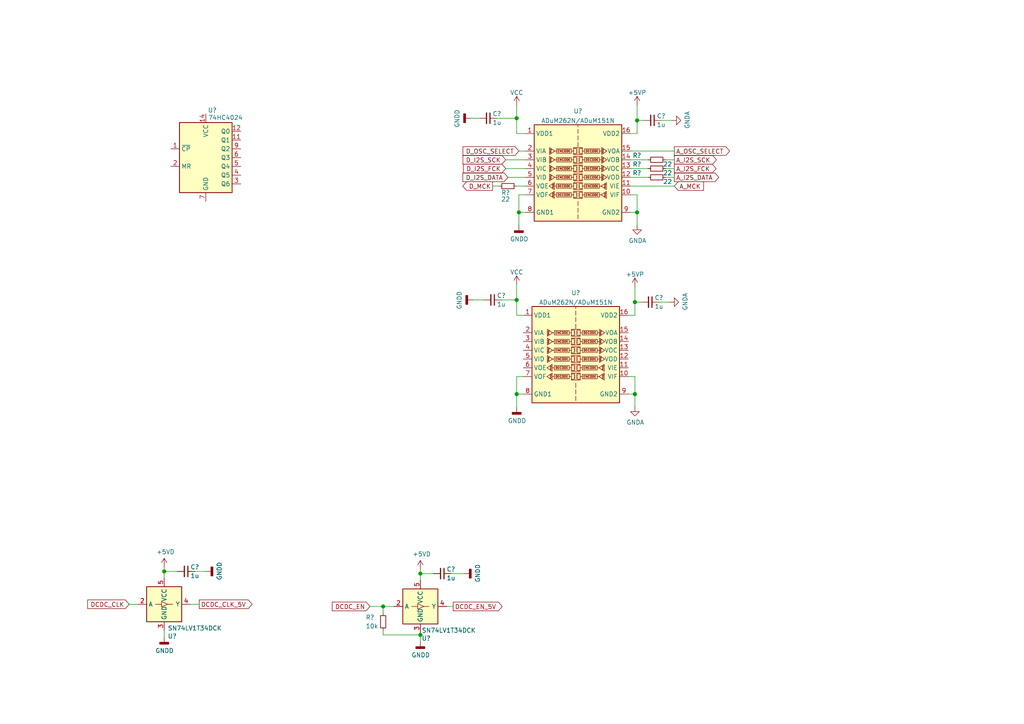
<source format=kicad_sch>
(kicad_sch (version 20210621) (generator eeschema)
  (paper "A4")
  (lib_symbols
    (symbol "74xx:74HC4024"
      (property "Reference" "U" (at -6.35 11.43 0))
      (property "Value" "74HC4024" (at 6.35 11.43 0))
      (symbol "74HC4024_0_1"
        (rectangle (start -7.62 10.16) (end 7.62 -10.16) (stroke (width 0.254)) (fill (type background)))
      )
      (symbol "74HC4024_1_0"
        (pin input line (at -10.16 2.54 0) (length 2.54) (name "~{CP}") (number "1"))
        (pin no_connect line (at -7.62 5.08 0) (length 2.54) hide (name "~") (number "10"))
        (pin output line (at 10.16 5.08 180) (length 2.54) (name "Q1") (number "11"))
        (pin output line (at 10.16 7.62 180) (length 2.54) (name "Q0") (number "12"))
        (pin no_connect line (at -7.62 -5.08 0) (length 2.54) hide (name "~") (number "13"))
        (pin power_in line (at 0 12.7 270) (length 2.54) (name "VCC") (number "14"))
        (pin input line (at -10.16 -2.54 0) (length 2.54) (name "MR") (number "2"))
        (pin output line (at 10.16 -7.62 180) (length 2.54) (name "Q6") (number "3"))
        (pin output line (at 10.16 -5.08 180) (length 2.54) (name "Q5") (number "4"))
        (pin output line (at 10.16 -2.54 180) (length 2.54) (name "Q4") (number "5"))
        (pin output line (at 10.16 0 180) (length 2.54) (name "Q3") (number "6"))
        (pin power_in line (at 0 -12.7 90) (length 2.54) (name "GND") (number "7"))
        (pin no_connect line (at -7.62 7.62 0) (length 2.54) hide (name "~") (number "8"))
        (pin output line (at 10.16 2.54 180) (length 2.54) (name "Q2") (number "9"))
      )
    )
    (symbol "DykoDAC3-rescue:+5VD-power" (power) (pin_names (offset 0))
      (property "Value" "+5VD-power" (at 0 3.556 0))
      (symbol "+5VD-power_0_1"
        (polyline (pts (xy -0.762 1.27) (xy 0 2.54)))
        (polyline (pts (xy 0 0) (xy 0 2.54)))
        (polyline (pts (xy 0 2.54) (xy 0.762 1.27)))
      )
      (symbol "+5VD-power_1_1"
        (pin power_in line (at 0 0 90) (length 0) hide (name "+5VD") (number "1"))
      )
    )
    (symbol "DykoDAC3-rescue:C_Small-Device" (pin_numbers hide) (pin_names (offset 0.254) hide)
      (property "Reference" "C" (at 0.254 1.778 0))
      (property "Value" "C_Small-Device" (at 0.254 -2.032 0))
      (symbol "C_Small-Device_0_1"
        (polyline (pts (xy -1.524 -0.508) (xy 1.524 -0.508)) (stroke (width 0.3302)))
        (polyline (pts (xy -1.524 0.508) (xy 1.524 0.508)) (stroke (width 0.3048)))
      )
      (symbol "C_Small-Device_1_1"
        (pin passive line (at 0 2.54 270) (length 2.032) (name "~") (number "1"))
        (pin passive line (at 0 -2.54 90) (length 2.032) (name "~") (number "2"))
      )
    )
    (symbol "DykoDAC3-rescue:GNDA-power" (power) (pin_names (offset 0))
      (property "Value" "GNDA-power" (at 0 -3.81 0))
      (symbol "GNDA-power_0_1"
        (polyline (pts (xy 0 0) (xy 0 -1.27) (xy 1.27 -1.27) (xy 0 -2.54) (xy -1.27 -1.27) (xy 0 -1.27)))
      )
      (symbol "GNDA-power_1_1"
        (pin power_in line (at 0 0 270) (length 0) hide (name "GNDA") (number "1"))
      )
    )
    (symbol "DykoDAC3-rescue:GNDD-power" (power) (pin_names (offset 0))
      (property "Value" "GNDD-power" (at 0 -3.175 0))
      (symbol "GNDD-power_0_1"
        (rectangle (start -1.27 -1.524) (end 1.27 -2.032) (stroke (width 0.254)) (fill (type outline)))
        (polyline (pts (xy 0 0) (xy 0 -1.524)))
      )
      (symbol "GNDD-power_1_1"
        (pin power_in line (at 0 0 270) (length 0) hide (name "GNDD") (number "1"))
      )
    )
    (symbol "DykoDAC3-rescue:R_Small-Device" (pin_numbers hide) (pin_names (offset 0.254) hide)
      (property "Reference" "R" (at 0.762 0.508 0))
      (property "Value" "R_Small-Device" (at 0.762 -1.016 0))
      (symbol "R_Small-Device_0_1"
        (rectangle (start -0.762 1.778) (end 0.762 -1.778) (stroke (width 0.2032)))
      )
      (symbol "R_Small-Device_1_1"
        (pin passive line (at 0 2.54 270) (length 0.762) (name "~") (number "1"))
        (pin passive line (at 0 -2.54 90) (length 0.762) (name "~") (number "2"))
      )
    )
    (symbol "Isolator:ADuM262N"
      (property "Reference" "U" (at -11.43 16.51 0))
      (property "Value" "ADuM262N" (at 7.62 16.51 0))
      (symbol "ADuM262N_1_0"
        (arc (start -0.508 -5.842) (end -0.508 -5.334) (radius (at -0.508 -5.588) (length 0.254) (angles -89.9 89.9)))
        (arc (start -0.508 -5.334) (end -0.508 -4.826) (radius (at -0.508 -5.08) (length 0.254) (angles -89.9 89.9)))
        (arc (start -0.508 -4.826) (end -0.508 -4.318) (radius (at -0.508 -4.572) (length 0.254) (angles -89.9 89.9)))
        (arc (start -0.508 -3.302) (end -0.508 -2.794) (radius (at -0.508 -3.048) (length 0.254) (angles -89.9 89.9)))
        (arc (start -0.508 -2.794) (end -0.508 -2.286) (radius (at -0.508 -2.54) (length 0.254) (angles -89.9 89.9)))
        (arc (start -0.508 -2.286) (end -0.508 -1.778) (radius (at -0.508 -2.032) (length 0.254) (angles -89.9 89.9)))
        (arc (start -0.508 -0.762) (end -0.508 -0.254) (radius (at -0.508 -0.508) (length 0.254) (angles -89.9 89.9)))
        (arc (start -0.508 -0.254) (end -0.508 0.254) (radius (at -0.508 0) (length 0.254) (angles -89.9 89.9)))
        (arc (start -0.508 0.254) (end -0.508 0.762) (radius (at -0.508 0.508) (length 0.254) (angles -89.9 89.9)))
        (arc (start -0.508 1.778) (end -0.508 2.286) (radius (at -0.508 2.032) (length 0.254) (angles -89.9 89.9)))
        (arc (start -0.508 2.286) (end -0.508 2.794) (radius (at -0.508 2.54) (length 0.254) (angles -89.9 89.9)))
        (arc (start -0.508 2.794) (end -0.508 3.302) (radius (at -0.508 3.048) (length 0.254) (angles -89.9 89.9)))
        (arc (start -0.508 4.318) (end -0.508 4.826) (radius (at -0.508 4.572) (length 0.254) (angles -89.9 89.9)))
        (arc (start -0.508 4.826) (end -0.508 5.334) (radius (at -0.508 5.08) (length 0.254) (angles -89.9 89.9)))
        (arc (start -0.508 5.334) (end -0.508 5.842) (radius (at -0.508 5.588) (length 0.254) (angles -89.9 89.9)))
        (arc (start -0.508 6.858) (end -0.508 7.366) (radius (at -0.508 7.112) (length 0.254) (angles -89.9 89.9)))
        (arc (start -0.508 7.366) (end -0.508 7.874) (radius (at -0.508 7.62) (length 0.254) (angles -89.9 89.9)))
        (arc (start -0.508 7.874) (end -0.508 8.382) (radius (at -0.508 8.128) (length 0.254) (angles -89.9 89.9)))
        (arc (start 0.508 -5.334) (end 0.508 -5.842) (radius (at 0.508 -5.588) (length 0.254) (angles 90.1 -90.1)))
        (arc (start 0.508 -4.826) (end 0.508 -5.334) (radius (at 0.508 -5.08) (length 0.254) (angles 90.1 -90.1)))
        (arc (start 0.508 -4.318) (end 0.508 -4.826) (radius (at 0.508 -4.572) (length 0.254) (angles 90.1 -90.1)))
        (arc (start 0.508 -2.794) (end 0.508 -3.302) (radius (at 0.508 -3.048) (length 0.254) (angles 90.1 -90.1)))
        (arc (start 0.508 -2.286) (end 0.508 -2.794) (radius (at 0.508 -2.54) (length 0.254) (angles 90.1 -90.1)))
        (arc (start 0.508 -1.778) (end 0.508 -2.286) (radius (at 0.508 -2.032) (length 0.254) (angles 90.1 -90.1)))
        (arc (start 0.508 -0.254) (end 0.508 -0.762) (radius (at 0.508 -0.508) (length 0.254) (angles 90.1 -90.1)))
        (arc (start 0.508 0.254) (end 0.508 -0.254) (radius (at 0.508 0) (length 0.254) (angles 90.1 -90.1)))
        (arc (start 0.508 0.762) (end 0.508 0.254) (radius (at 0.508 0.508) (length 0.254) (angles 90.1 -90.1)))
        (arc (start 0.508 2.286) (end 0.508 1.778) (radius (at 0.508 2.032) (length 0.254) (angles 90.1 -90.1)))
        (arc (start 0.508 2.794) (end 0.508 2.286) (radius (at 0.508 2.54) (length 0.254) (angles 90.1 -90.1)))
        (arc (start 0.508 3.302) (end 0.508 2.794) (radius (at 0.508 3.048) (length 0.254) (angles 90.1 -90.1)))
        (arc (start 0.508 4.826) (end 0.508 4.318) (radius (at 0.508 4.572) (length 0.254) (angles 90.1 -90.1)))
        (arc (start 0.508 5.334) (end 0.508 4.826) (radius (at 0.508 5.08) (length 0.254) (angles 90.1 -90.1)))
        (arc (start 0.508 5.842) (end 0.508 5.334) (radius (at 0.508 5.588) (length 0.254) (angles 90.1 -90.1)))
        (arc (start 0.508 7.366) (end 0.508 6.858) (radius (at 0.508 7.112) (length 0.254) (angles 90.1 -90.1)))
        (arc (start 0.508 7.874) (end 0.508 7.366) (radius (at 0.508 7.62) (length 0.254) (angles 90.1 -90.1)))
        (arc (start 0.508 8.382) (end 0.508 7.874) (radius (at 0.508 8.128) (length 0.254) (angles 90.1 -90.1)))
        (text "DECODE" (at -4.064 -5.08 0) (effects (font (size 0.635 0.635))))
        (text "DECODE" (at -4.064 -2.54 0) (effects (font (size 0.635 0.635))))
        (text "DECODE" (at 4.064 0 0) (effects (font (size 0.635 0.635))))
        (text "DECODE" (at 4.064 2.54 0) (effects (font (size 0.635 0.635))))
        (text "DECODE" (at 4.064 5.08 0) (effects (font (size 0.635 0.635))))
        (text "DECODE" (at 4.064 7.62 0) (effects (font (size 0.635 0.635))))
        (text "ENCODE" (at -4.064 0 0) (effects (font (size 0.635 0.635))))
        (text "ENCODE" (at -4.064 2.54 0) (effects (font (size 0.635 0.635))))
        (text "ENCODE" (at -4.064 5.08 0) (effects (font (size 0.635 0.635))))
        (text "ENCODE" (at -4.064 7.62 0) (effects (font (size 0.635 0.635))))
        (text "ENCODE" (at 4.064 -5.08 0) (effects (font (size 0.635 0.635))))
        (text "ENCODE" (at 4.064 -2.54 0) (effects (font (size 0.635 0.635))))
        (rectangle (start -1.27 -4.064) (end 1.27 -6.096))
        (rectangle (start -1.27 -1.524) (end 1.27 -3.556))
        (rectangle (start -1.27 1.016) (end 1.27 -1.016))
        (rectangle (start -1.27 3.556) (end 1.27 1.524))
        (rectangle (start -1.27 6.096) (end 1.27 4.064))
        (rectangle (start -1.27 8.636) (end 1.27 6.604))
        (rectangle (start 1.905 -4.445) (end 6.223 -5.715))
        (rectangle (start 1.905 -1.905) (end 6.223 -3.175))
        (rectangle (start 1.905 0.635) (end 6.223 -0.635))
        (rectangle (start 1.905 3.175) (end 6.223 1.905))
        (rectangle (start 1.905 5.715) (end 6.223 4.445))
        (rectangle (start 1.905 8.255) (end 6.223 6.985))
        (polyline (pts (xy -6.223 -5.08) (xy -6.858 -5.08)))
        (polyline (pts (xy -6.223 -2.54) (xy -6.858 -2.54)))
        (polyline (pts (xy -6.223 0) (xy -6.858 0)))
        (polyline (pts (xy -6.223 2.54) (xy -6.858 2.54)))
        (polyline (pts (xy -6.223 5.08) (xy -6.858 5.08)))
        (polyline (pts (xy -6.223 7.62) (xy -6.858 7.62)))
        (polyline (pts (xy -1.905 -5.08) (xy -1.27 -5.08)))
        (polyline (pts (xy -1.905 -2.54) (xy -1.27 -2.54)))
        (polyline (pts (xy -1.905 0) (xy -1.27 0)))
        (polyline (pts (xy -1.905 2.54) (xy -1.27 2.54)))
        (polyline (pts (xy -1.905 5.08) (xy -1.27 5.08)))
        (polyline (pts (xy -1.905 7.62) (xy -1.27 7.62)))
        (polyline (pts (xy -1.27 -5.842) (xy -0.508 -5.842)))
        (polyline (pts (xy -1.27 -4.318) (xy -0.508 -4.318)))
        (polyline (pts (xy -1.27 -3.302) (xy -0.508 -3.302)))
        (polyline (pts (xy -1.27 -1.778) (xy -0.508 -1.778)))
        (polyline (pts (xy -1.27 -0.762) (xy -0.508 -0.762)))
        (polyline (pts (xy -1.27 0.762) (xy -0.508 0.762)))
        (polyline (pts (xy -1.27 1.778) (xy -0.508 1.778)))
        (polyline (pts (xy -1.27 3.302) (xy -0.508 3.302)))
        (polyline (pts (xy -1.27 4.318) (xy -0.508 4.318)))
        (polyline (pts (xy -1.27 5.842) (xy -0.508 5.842)))
        (polyline (pts (xy -1.27 6.858) (xy -0.508 6.858)))
        (polyline (pts (xy -1.27 8.382) (xy -0.508 8.382)))
        (polyline (pts (xy 0 -10.795) (xy 0 -12.065)))
        (polyline (pts (xy 0 -8.89) (xy 0 -10.16)))
        (polyline (pts (xy 0 -6.985) (xy 0 -8.255)))
        (polyline (pts (xy 0 8.89) (xy 0 10.16)))
        (polyline (pts (xy 0 10.795) (xy 0 12.065)))
        (polyline (pts (xy 0 12.7) (xy 0 13.97)))
        (polyline (pts (xy 0 15.24) (xy 0 14.605)))
        (polyline (pts (xy 1.27 -5.842) (xy 0.508 -5.842)))
        (polyline (pts (xy 1.27 -4.318) (xy 0.508 -4.318)))
        (polyline (pts (xy 1.27 -3.302) (xy 0.508 -3.302)))
        (polyline (pts (xy 1.27 -1.778) (xy 0.508 -1.778)))
        (polyline (pts (xy 1.27 -0.762) (xy 0.508 -0.762)))
        (polyline (pts (xy 1.27 0.762) (xy 0.508 0.762)))
        (polyline (pts (xy 1.27 1.778) (xy 0.508 1.778)))
        (polyline (pts (xy 1.27 3.302) (xy 0.508 3.302)))
        (polyline (pts (xy 1.27 4.318) (xy 0.508 4.318)))
        (polyline (pts (xy 1.27 5.842) (xy 0.508 5.842)))
        (polyline (pts (xy 1.27 6.858) (xy 0.508 6.858)))
        (polyline (pts (xy 1.27 8.382) (xy 0.508 8.382)))
        (polyline (pts (xy 1.905 -5.08) (xy 1.27 -5.08)))
        (polyline (pts (xy 1.905 -2.54) (xy 1.27 -2.54)))
        (polyline (pts (xy 1.905 0) (xy 1.27 0)))
        (polyline (pts (xy 1.905 2.54) (xy 1.27 2.54)))
        (polyline (pts (xy 1.905 5.08) (xy 1.27 5.08)))
        (polyline (pts (xy 1.905 7.62) (xy 1.27 7.62)))
        (polyline (pts (xy 6.223 -5.08) (xy 6.858 -5.08)))
        (polyline (pts (xy 6.223 -2.54) (xy 6.858 -2.54)))
        (polyline (pts (xy 6.223 0) (xy 6.858 0)))
        (polyline (pts (xy 6.223 2.54) (xy 6.858 2.54)))
        (polyline (pts (xy 6.223 5.08) (xy 6.858 5.08)))
        (polyline (pts (xy 6.223 7.62) (xy 6.858 7.62)))
      )
      (symbol "ADuM262N_1_1"
        (rectangle (start -1.905 -4.445) (end -6.223 -5.715))
        (rectangle (start -1.905 -1.905) (end -6.223 -3.175))
        (rectangle (start -1.905 0.635) (end -6.223 -0.635))
        (rectangle (start -1.905 3.175) (end -6.223 1.905))
        (rectangle (start -1.905 5.715) (end -6.223 4.445))
        (rectangle (start -1.905 8.255) (end -6.223 6.985))
        (rectangle (start -12.7 15.24) (end 12.7 -12.7) (stroke (width 0.254)) (fill (type background)))
        (polyline (pts (xy -8.001 0.508) (xy -7.62 0.508)))
        (polyline (pts (xy -8.001 3.048) (xy -7.62 3.048)))
        (polyline (pts (xy -8.001 5.588) (xy -7.62 5.588)))
        (polyline (pts (xy -8.001 8.128) (xy -7.62 8.128)))
        (polyline (pts (xy -7.366 -4.572) (xy -6.985 -4.572)))
        (polyline (pts (xy -7.366 -2.032) (xy -6.985 -2.032)))
        (polyline (pts (xy 7.112 0.508) (xy 7.493 0.508)))
        (polyline (pts (xy 7.112 3.048) (xy 7.493 3.048)))
        (polyline (pts (xy 7.112 5.588) (xy 7.493 5.588)))
        (polyline (pts (xy 7.112 8.128) (xy 7.493 8.128)))
        (polyline (pts (xy 7.747 -4.572) (xy 8.128 -4.572)))
        (polyline (pts (xy 7.747 -2.032) (xy 8.128 -2.032)))
        (polyline (pts (xy -8.0518 -0.508) (xy -7.7978 -0.508) (xy -7.7978 0.508)))
        (polyline (pts (xy -8.0518 2.032) (xy -7.7978 2.032) (xy -7.7978 3.048)))
        (polyline (pts (xy -8.0518 4.572) (xy -7.7978 4.572) (xy -7.7978 5.588)))
        (polyline (pts (xy -8.0518 7.112) (xy -7.7978 7.112) (xy -7.7978 8.128)))
        (polyline (pts (xy -8.001 0.508) (xy -8.001 -0.508) (xy -8.128 -0.508)))
        (polyline (pts (xy -8.001 3.048) (xy -8.001 2.032) (xy -8.128 2.032)))
        (polyline (pts (xy -8.001 5.588) (xy -8.001 4.572) (xy -8.128 4.572)))
        (polyline (pts (xy -8.001 8.128) (xy -8.001 7.112) (xy -8.128 7.112)))
        (polyline (pts (xy -7.4168 -5.588) (xy -7.1628 -5.588) (xy -7.1628 -4.572)))
        (polyline (pts (xy -7.4168 -3.048) (xy -7.1628 -3.048) (xy -7.1628 -2.032)))
        (polyline (pts (xy -7.366 -4.572) (xy -7.366 -5.588) (xy -7.493 -5.588)))
        (polyline (pts (xy -7.366 -2.032) (xy -7.366 -3.048) (xy -7.493 -3.048)))
        (polyline (pts (xy 7.0612 -0.508) (xy 7.3152 -0.508) (xy 7.3152 0.508)))
        (polyline (pts (xy 7.0612 2.032) (xy 7.3152 2.032) (xy 7.3152 3.048)))
        (polyline (pts (xy 7.0612 4.572) (xy 7.3152 4.572) (xy 7.3152 5.588)))
        (polyline (pts (xy 7.0612 7.112) (xy 7.3152 7.112) (xy 7.3152 8.128)))
        (polyline (pts (xy 7.112 0.508) (xy 7.112 -0.508) (xy 6.985 -0.508)))
        (polyline (pts (xy 7.112 3.048) (xy 7.112 2.032) (xy 6.985 2.032)))
        (polyline (pts (xy 7.112 5.588) (xy 7.112 4.572) (xy 6.985 4.572)))
        (polyline (pts (xy 7.112 8.128) (xy 7.112 7.112) (xy 6.985 7.112)))
        (polyline (pts (xy 7.6962 -5.588) (xy 7.9502 -5.588) (xy 7.9502 -4.572)))
        (polyline (pts (xy 7.6962 -3.048) (xy 7.9502 -3.048) (xy 7.9502 -2.032)))
        (polyline (pts (xy 7.747 -4.572) (xy 7.747 -5.588) (xy 7.62 -5.588)))
        (polyline (pts (xy 7.747 -2.032) (xy 7.747 -3.048) (xy 7.62 -3.048)))
        (polyline (pts (xy -8.382 -5.08) (xy -6.858 -4.064) (xy -6.858 -6.096) (xy -8.382 -5.08)))
        (polyline (pts (xy -8.382 -2.54) (xy -6.858 -1.524) (xy -6.858 -3.556) (xy -8.382 -2.54)))
        (polyline (pts (xy -6.731 0) (xy -8.255 1.016) (xy -8.255 -1.016) (xy -6.731 0)))
        (polyline (pts (xy -6.731 2.54) (xy -8.255 3.556) (xy -8.255 1.524) (xy -6.731 2.54)))
        (polyline (pts (xy -6.731 5.08) (xy -8.255 6.096) (xy -8.255 4.064) (xy -6.731 5.08)))
        (polyline (pts (xy -6.731 7.62) (xy -8.255 8.636) (xy -8.255 6.604) (xy -6.731 7.62)))
        (polyline (pts (xy 6.731 -5.08) (xy 8.255 -4.064) (xy 8.255 -6.096) (xy 6.731 -5.08)))
        (polyline (pts (xy 6.731 -2.54) (xy 8.255 -1.524) (xy 8.255 -3.556) (xy 6.731 -2.54)))
        (polyline (pts (xy 8.382 0) (xy 6.858 1.016) (xy 6.858 -1.016) (xy 8.382 0)))
        (polyline (pts (xy 8.382 2.54) (xy 6.858 3.556) (xy 6.858 1.524) (xy 8.382 2.54)))
        (polyline (pts (xy 8.382 5.08) (xy 6.858 6.096) (xy 6.858 4.064) (xy 8.382 5.08)))
        (polyline (pts (xy 8.382 7.62) (xy 6.858 8.636) (xy 6.858 6.604) (xy 8.382 7.62)))
        (pin power_in line (at -15.24 12.7 0) (length 2.54) (name "VDD1") (number "1"))
        (pin input line (at 15.24 -5.08 180) (length 2.54) (name "VIF") (number "10"))
        (pin input line (at 15.24 -2.54 180) (length 2.54) (name "VIE") (number "11"))
        (pin output line (at 15.24 0 180) (length 2.54) (name "VOD") (number "12"))
        (pin output line (at 15.24 2.54 180) (length 2.54) (name "VOC") (number "13"))
        (pin output line (at 15.24 5.08 180) (length 2.54) (name "VOB") (number "14"))
        (pin output line (at 15.24 7.62 180) (length 2.54) (name "VOA") (number "15"))
        (pin power_in line (at 15.24 12.7 180) (length 2.54) (name "VDD2") (number "16"))
        (pin input line (at -15.24 7.62 0) (length 2.54) (name "VIA") (number "2"))
        (pin input line (at -15.24 5.08 0) (length 2.54) (name "VIB") (number "3"))
        (pin input line (at -15.24 2.54 0) (length 2.54) (name "VIC") (number "4"))
        (pin input line (at -15.24 0 0) (length 2.54) (name "VID") (number "5"))
        (pin output line (at -15.24 -2.54 0) (length 2.54) (name "VOE") (number "6"))
        (pin output line (at -15.24 -5.08 0) (length 2.54) (name "VOF") (number "7"))
        (pin power_in line (at -15.24 -10.16 0) (length 2.54) (name "GND1") (number "8"))
        (pin power_in line (at 15.24 -10.16 180) (length 2.54) (name "GND2") (number "9"))
      )
    )
    (symbol "Logic_LevelTranslator:SN74LV1T34DCK"
      (property "Reference" "U" (at 5.08 6.35 0))
      (property "Value" "SN74LV1T34DCK" (at 5.08 3.81 0))
      (symbol "SN74LV1T34DCK_0_1"
        (rectangle (start -5.08 5.08) (end 5.08 -5.08) (stroke (width 0.254)) (fill (type background)))
        (polyline (pts (xy -0.762 0) (xy -2.54 0)))
        (polyline (pts (xy 1.016 0) (xy 2.54 0)))
      )
      (symbol "SN74LV1T34DCK_1_1"
        (polyline (pts (xy -0.762 -0.762) (xy -0.762 0.762) (xy 1.016 0) (xy -0.762 -0.762)))
        (pin no_connect line (at -5.08 2.54 0) (length 2.54) hide (name "NC") (number "1"))
        (pin input line (at -7.62 0 0) (length 2.54) (name "A") (number "2"))
        (pin power_in line (at 0 -7.62 90) (length 2.54) (name "GND") (number "3"))
        (pin output line (at 7.62 0 180) (length 2.54) (name "Y") (number "4"))
        (pin power_in line (at 0 7.62 270) (length 2.54) (name "VCC") (number "5"))
      )
    )
    (symbol "power:+5VP" (power) (pin_names (offset 0))
      (property "Value" "+5VP" (at 0 3.556 0))
      (symbol "+5VP_0_1"
        (polyline (pts (xy -0.762 1.27) (xy 0 2.54)))
        (polyline (pts (xy 0 0) (xy 0 2.54)))
        (polyline (pts (xy 0 2.54) (xy 0.762 1.27)))
      )
      (symbol "+5VP_1_1"
        (pin power_in line (at 0 0 90) (length 0) hide (name "+5VP") (number "1"))
      )
    )
    (symbol "power:VCC" (power) (pin_names (offset 0))
      (property "Value" "VCC" (at 0 3.81 0))
      (symbol "VCC_0_1"
        (polyline (pts (xy -0.762 1.27) (xy 0 2.54)))
        (polyline (pts (xy 0 0) (xy 0 2.54)))
        (polyline (pts (xy 0 2.54) (xy 0.762 1.27)))
      )
      (symbol "VCC_1_1"
        (pin power_in line (at 0 0 90) (length 0) hide (name "VCC") (number "1"))
      )
    )
  )
  (junction (at 47.625 165.735) (diameter 1.016))
  (junction (at 111.125 175.895) (diameter 1.016))
  (junction (at 121.92 166.37) (diameter 1.016))
  (junction (at 121.92 184.15) (diameter 1.016))
  (junction (at 149.86 34.29) (diameter 1.016))
  (junction (at 149.86 86.995) (diameter 1.016))
  (junction (at 149.86 114.3) (diameter 1.016))
  (junction (at 150.495 61.595) (diameter 1.016))
  (junction (at 184.15 87.63) (diameter 1.016))
  (junction (at 184.15 114.3) (diameter 1.016))
  (junction (at 184.785 34.925) (diameter 1.016))
  (junction (at 184.785 61.595) (diameter 1.016))
  (wire (pts (xy 37.465 175.26) (xy 40.005 175.26)))
  (wire (pts (xy 47.625 164.465) (xy 47.625 165.735)))
  (wire (pts (xy 47.625 165.735) (xy 47.625 167.64)))
  (wire (pts (xy 47.625 182.88) (xy 47.625 184.785)))
  (wire (pts (xy 51.435 165.735) (xy 47.625 165.735)))
  (wire (pts (xy 55.245 175.26) (xy 57.785 175.26)))
  (wire (pts (xy 56.515 165.735) (xy 59.69 165.735)))
  (wire (pts (xy 107.315 175.895) (xy 111.125 175.895)))
  (wire (pts (xy 111.125 175.895) (xy 114.3 175.895)))
  (wire (pts (xy 111.125 177.8) (xy 111.125 175.895)))
  (wire (pts (xy 111.125 182.88) (xy 111.125 184.15)))
  (wire (pts (xy 111.125 184.15) (xy 121.92 184.15)))
  (wire (pts (xy 121.92 165.1) (xy 121.92 166.37)))
  (wire (pts (xy 121.92 166.37) (xy 121.92 168.275)))
  (wire (pts (xy 121.92 183.515) (xy 121.92 184.15)))
  (wire (pts (xy 121.92 184.15) (xy 121.92 186.055)))
  (wire (pts (xy 125.73 166.37) (xy 121.92 166.37)))
  (wire (pts (xy 129.54 175.895) (xy 131.445 175.895)))
  (wire (pts (xy 130.81 166.37) (xy 134.62 166.37)))
  (wire (pts (xy 139.065 34.29) (xy 136.525 34.29)))
  (wire (pts (xy 140.335 86.995) (xy 137.16 86.995)))
  (wire (pts (xy 144.145 34.29) (xy 149.86 34.29)))
  (wire (pts (xy 144.78 53.975) (xy 142.875 53.975)))
  (wire (pts (xy 145.415 86.995) (xy 149.86 86.995)))
  (wire (pts (xy 146.685 46.355) (xy 152.4 46.355)))
  (wire (pts (xy 147.32 51.435) (xy 152.4 51.435)))
  (wire (pts (xy 149.86 34.29) (xy 149.86 30.48)))
  (wire (pts (xy 149.86 38.735) (xy 149.86 34.29)))
  (wire (pts (xy 149.86 53.975) (xy 152.4 53.975)))
  (wire (pts (xy 149.86 86.995) (xy 149.86 82.55)))
  (wire (pts (xy 149.86 91.44) (xy 149.86 86.995)))
  (wire (pts (xy 149.86 109.22) (xy 151.765 109.22)))
  (wire (pts (xy 149.86 114.3) (xy 149.86 109.22)))
  (wire (pts (xy 149.86 114.3) (xy 151.765 114.3)))
  (wire (pts (xy 149.86 118.11) (xy 149.86 114.3)))
  (wire (pts (xy 150.495 56.515) (xy 150.495 61.595)))
  (wire (pts (xy 150.495 61.595) (xy 152.4 61.595)))
  (wire (pts (xy 150.495 65.405) (xy 150.495 61.595)))
  (wire (pts (xy 151.765 91.44) (xy 149.86 91.44)))
  (wire (pts (xy 152.4 38.735) (xy 149.86 38.735)))
  (wire (pts (xy 152.4 43.815) (xy 150.495 43.815)))
  (wire (pts (xy 152.4 48.895) (xy 146.685 48.895)))
  (wire (pts (xy 152.4 56.515) (xy 150.495 56.515)))
  (wire (pts (xy 182.245 91.44) (xy 184.15 91.44)))
  (wire (pts (xy 182.245 109.22) (xy 184.15 109.22)))
  (wire (pts (xy 182.88 38.735) (xy 184.785 38.735)))
  (wire (pts (xy 182.88 43.815) (xy 195.58 43.815)))
  (wire (pts (xy 182.88 51.435) (xy 187.96 51.435)))
  (wire (pts (xy 182.88 53.975) (xy 195.58 53.975)))
  (wire (pts (xy 182.88 56.515) (xy 184.785 56.515)))
  (wire (pts (xy 184.15 87.63) (xy 184.15 83.185)))
  (wire (pts (xy 184.15 91.44) (xy 184.15 87.63)))
  (wire (pts (xy 184.15 109.22) (xy 184.15 114.3)))
  (wire (pts (xy 184.15 114.3) (xy 182.245 114.3)))
  (wire (pts (xy 184.15 118.11) (xy 184.15 114.3)))
  (wire (pts (xy 184.785 34.925) (xy 184.785 30.48)))
  (wire (pts (xy 184.785 38.735) (xy 184.785 34.925)))
  (wire (pts (xy 184.785 56.515) (xy 184.785 61.595)))
  (wire (pts (xy 184.785 61.595) (xy 182.88 61.595)))
  (wire (pts (xy 184.785 65.405) (xy 184.785 61.595)))
  (wire (pts (xy 186.055 87.63) (xy 184.15 87.63)))
  (wire (pts (xy 186.69 34.925) (xy 184.785 34.925)))
  (wire (pts (xy 187.96 46.355) (xy 182.88 46.355)))
  (wire (pts (xy 187.96 48.895) (xy 182.88 48.895)))
  (wire (pts (xy 191.135 87.63) (xy 194.31 87.63)))
  (wire (pts (xy 191.77 34.925) (xy 194.945 34.925)))
  (wire (pts (xy 193.04 46.355) (xy 195.58 46.355)))
  (wire (pts (xy 193.04 51.435) (xy 195.58 51.435)))
  (wire (pts (xy 195.58 48.895) (xy 193.04 48.895)))
  (global_label "DCDC_CLK" (shape input) (at 37.465 175.26 180) (property "Intersheet References" "${INTERSHEET_REFS}" (effects hide)))
  (global_label "DCDC_CLK_5V" (shape output) (at 57.785 175.26 0) (property "Intersheet References" "${INTERSHEET_REFS}" (effects hide)))
  (global_label "DCDC_EN" (shape input) (at 107.315 175.895 180) (property "Intersheet References" "${INTERSHEET_REFS}" (effects hide)))
  (global_label "DCDC_EN_5V" (shape output) (at 131.445 175.895 0) (property "Intersheet References" "${INTERSHEET_REFS}" (effects hide)))
  (global_label "D_MCK" (shape output) (at 142.875 53.975 180) (property "Intersheet References" "${INTERSHEET_REFS}" (effects hide)))
  (global_label "D_I2S_SCK" (shape input) (at 146.685 46.355 180) (property "Intersheet References" "${INTERSHEET_REFS}" (effects hide)))
  (global_label "D_I2S_FCK" (shape input) (at 146.685 48.895 180) (property "Intersheet References" "${INTERSHEET_REFS}" (effects hide)))
  (global_label "D_I2S_DATA" (shape input) (at 147.32 51.435 180) (property "Intersheet References" "${INTERSHEET_REFS}" (effects hide)))
  (global_label "D_OSC_SELECT" (shape input) (at 150.495 43.815 180) (property "Intersheet References" "${INTERSHEET_REFS}" (effects hide)))
  (global_label "A_OSC_SELECT" (shape output) (at 195.58 43.815 0) (property "Intersheet References" "${INTERSHEET_REFS}" (effects hide)))
  (global_label "A_I2S_SCK" (shape output) (at 195.58 46.355 0) (property "Intersheet References" "${INTERSHEET_REFS}" (effects hide)))
  (global_label "A_I2S_FCK" (shape output) (at 195.58 48.895 0) (property "Intersheet References" "${INTERSHEET_REFS}" (effects hide)))
  (global_label "A_I2S_DATA" (shape output) (at 195.58 51.435 0) (property "Intersheet References" "${INTERSHEET_REFS}" (effects hide)))
  (global_label "A_MCK" (shape input) (at 195.58 53.975 0) (property "Intersheet References" "${INTERSHEET_REFS}" (effects hide)))
  (symbol (lib_id "DykoDAC3-rescue:+5VD-power") (at 47.625 164.465 0) (unit 1)
    (property "Reference" "#PWR?" (effects hide))
    (property "Value" "+5VD" (at 48.006 160.0708 0))
  )
  (symbol (lib_id "DykoDAC3-rescue:+5VD-power") (at 121.92 165.1 0) (unit 1)
    (property "Reference" "#PWR?" (effects hide))
    (property "Value" "+5VD" (at 122.301 160.7058 0))
  )
  (symbol (lib_id "power:VCC") (at 149.86 30.48 0) (unit 1)
    (property "Reference" "#PWR?" (effects hide))
    (property "Value" "VCC" (at 149.86 26.8754 0))
  )
  (symbol (lib_id "power:VCC") (at 149.86 82.55 0) (unit 1)
    (property "Reference" "#PWR?" (effects hide))
    (property "Value" "VCC" (at 149.86 78.9454 0))
  )
  (symbol (lib_id "power:+5VP") (at 184.15 83.185 0) (unit 1)
    (property "Reference" "#PWR?" (effects hide))
    (property "Value" "+5VP" (at 184.15 79.5804 0))
  )
  (symbol (lib_id "power:+5VP") (at 184.785 30.48 0) (unit 1)
    (property "Reference" "#PWR?" (effects hide))
    (property "Value" "+5VP" (at 184.785 26.8754 0))
  )
  (symbol (lib_id "DykoDAC3-rescue:GNDD-power") (at 47.625 184.785 0) (unit 1)
    (property "Reference" "#PWR?" (effects hide))
    (property "Value" "GNDD" (at 47.7266 188.722 0))
  )
  (symbol (lib_id "DykoDAC3-rescue:GNDD-power") (at 59.69 165.735 90) (unit 1)
    (property "Reference" "#PWR?" (effects hide))
    (property "Value" "GNDD" (at 63.627 165.6334 0))
  )
  (symbol (lib_id "DykoDAC3-rescue:GNDD-power") (at 121.92 186.055 0) (unit 1)
    (property "Reference" "#PWR?" (effects hide))
    (property "Value" "GNDD" (at 122.0216 189.992 0))
  )
  (symbol (lib_id "DykoDAC3-rescue:GNDD-power") (at 134.62 166.37 90) (unit 1)
    (property "Reference" "#PWR?" (effects hide))
    (property "Value" "GNDD" (at 138.557 166.2684 0))
  )
  (symbol (lib_id "DykoDAC3-rescue:GNDD-power") (at 136.525 34.29 270) (unit 1)
    (property "Reference" "#PWR?" (effects hide))
    (property "Value" "GNDD" (at 132.588 34.3916 0))
  )
  (symbol (lib_id "DykoDAC3-rescue:GNDD-power") (at 137.16 86.995 270) (unit 1)
    (property "Reference" "#PWR?" (effects hide))
    (property "Value" "GNDD" (at 133.223 87.0966 0))
  )
  (symbol (lib_id "DykoDAC3-rescue:GNDD-power") (at 149.86 118.11 0) (unit 1)
    (property "Reference" "#PWR?" (effects hide))
    (property "Value" "GNDD" (at 149.9616 122.047 0))
  )
  (symbol (lib_id "DykoDAC3-rescue:GNDD-power") (at 150.495 65.405 0) (unit 1)
    (property "Reference" "#PWR?" (effects hide))
    (property "Value" "GNDD" (at 150.5966 69.342 0))
  )
  (symbol (lib_id "DykoDAC3-rescue:GNDA-power") (at 184.15 118.11 0) (unit 1)
    (property "Reference" "#PWR?" (effects hide))
    (property "Value" "GNDA" (at 184.277 122.5042 0))
  )
  (symbol (lib_id "DykoDAC3-rescue:GNDA-power") (at 184.785 65.405 0) (unit 1)
    (property "Reference" "#PWR?" (effects hide))
    (property "Value" "GNDA" (at 184.912 69.7992 0))
  )
  (symbol (lib_id "DykoDAC3-rescue:GNDA-power") (at 194.31 87.63 90) (unit 1)
    (property "Reference" "#PWR?" (effects hide))
    (property "Value" "GNDA" (at 198.7042 87.503 0))
  )
  (symbol (lib_id "DykoDAC3-rescue:GNDA-power") (at 194.945 34.925 90) (unit 1)
    (property "Reference" "#PWR?" (effects hide))
    (property "Value" "GNDA" (at 199.3392 34.798 0))
  )
  (symbol (lib_id "DykoDAC3-rescue:R_Small-Device") (at 111.125 180.34 0) (unit 1)
    (property "Reference" "R?" (at 106.045 179.07 0) (effects (justify left)))
    (property "Value" "10k" (at 106.045 181.61 0) (effects (justify left)))
  )
  (symbol (lib_id "DykoDAC3-rescue:R_Small-Device") (at 147.32 53.975 90) (unit 1)
    (property "Reference" "R?" (at 147.955 55.88 90) (effects (justify left)))
    (property "Value" "22" (at 147.955 57.785 90) (effects (justify left)))
  )
  (symbol (lib_id "DykoDAC3-rescue:R_Small-Device") (at 190.5 46.355 90) (unit 1)
    (property "Reference" "R?" (at 186.055 45.085 90) (effects (justify left)))
    (property "Value" "22" (at 194.945 47.625 90) (effects (justify left)))
  )
  (symbol (lib_id "DykoDAC3-rescue:R_Small-Device") (at 190.5 48.895 90) (unit 1)
    (property "Reference" "R?" (at 186.055 47.625 90) (effects (justify left)))
    (property "Value" "22" (at 194.945 50.165 90) (effects (justify left)))
  )
  (symbol (lib_id "DykoDAC3-rescue:R_Small-Device") (at 190.5 51.435 90) (unit 1)
    (property "Reference" "R?" (at 186.055 50.165 90) (effects (justify left)))
    (property "Value" "22" (at 194.945 52.705 90) (effects (justify left)))
  )
  (symbol (lib_id "DykoDAC3-rescue:C_Small-Device") (at 53.975 165.735 270) (unit 1)
    (property "Reference" "C?" (at 56.515 164.465 90))
    (property "Value" "1u" (at 56.515 167.005 90))
  )
  (symbol (lib_id "DykoDAC3-rescue:C_Small-Device") (at 128.27 166.37 270) (unit 1)
    (property "Reference" "C?" (at 130.81 165.1 90))
    (property "Value" "1u" (at 130.81 167.64 90))
  )
  (symbol (lib_id "DykoDAC3-rescue:C_Small-Device") (at 141.605 34.29 270) (unit 1)
    (property "Reference" "C?" (at 144.145 33.02 90))
    (property "Value" "1u" (at 144.145 35.56 90))
  )
  (symbol (lib_id "DykoDAC3-rescue:C_Small-Device") (at 142.875 86.995 270) (unit 1)
    (property "Reference" "C?" (at 145.415 85.725 90))
    (property "Value" "1u" (at 145.415 88.265 90))
  )
  (symbol (lib_id "DykoDAC3-rescue:C_Small-Device") (at 188.595 87.63 270) (unit 1)
    (property "Reference" "C?" (at 191.135 86.36 90))
    (property "Value" "1u" (at 191.135 88.9 90))
  )
  (symbol (lib_id "DykoDAC3-rescue:C_Small-Device") (at 189.23 34.925 270) (unit 1)
    (property "Reference" "C?" (at 191.77 33.655 90))
    (property "Value" "1u" (at 191.77 36.195 90))
  )
  (symbol (lib_id "Logic_LevelTranslator:SN74LV1T34DCK") (at 47.625 175.26 0) (unit 1)
    (property "Reference" "U?" (at 48.6411 184.5115 0) (effects (justify left)))
    (property "Value" "SN74LV1T34DCK" (at 48.6411 182.2066 0) (effects (justify left)))
    (property "Footprint" "Package_TO_SOT_SMD:SOT-353_SC-70-5" (effects hide))
    (property "Datasheet" "https://www.ti.com/lit/ds/symlink/sn74lv1t34.pdf" (effects hide))
  )
  (symbol (lib_id "Logic_LevelTranslator:SN74LV1T34DCK") (at 121.92 175.895 0) (unit 1)
    (property "Reference" "U?" (at 122.3011 185.1465 0) (effects (justify left)))
    (property "Value" "SN74LV1T34DCK" (at 122.3011 182.8416 0) (effects (justify left)))
    (property "Footprint" "Package_TO_SOT_SMD:SOT-353_SC-70-5" (effects hide))
    (property "Datasheet" "https://www.ti.com/lit/ds/symlink/sn74lv1t34.pdf" (effects hide))
  )
  (symbol (lib_id "74xx:74HC4024") (at 59.69 45.72 0) (unit 1)
    (property "Reference" "U?" (at 61.595 31.9744 0))
    (property "Value" "74HC4024" (at 65.405 34.1145 0))
    (property "Footprint" "Package_SO:TSSOP-14_4.4x5mm_P0.65mm" (effects hide))
    (property "Datasheet" "https://assets.nexperia.com/documents/data-sheet/74HC4024.pdf" (effects hide))
  )
  (symbol (lib_id "Isolator:ADuM262N") (at 167.005 104.14 0) (unit 1)
    (property "Reference" "U?" (at 167.005 84.9334 0))
    (property "Value" "ADuM262N/ADuM151N" (at 167.005 87.7085 0))
    (property "Footprint" "Package_SO:SOIC-16W_7.5x12.8mm_P1.27mm" (effects hide))
    (property "Datasheet" "http://www.analog.com/media/en/technical-documentation/data-sheets/ADuM260N-261N-262N-263N.pdf" (effects hide))
  )
  (symbol (lib_id "Isolator:ADuM262N") (at 167.64 51.435 0) (unit 1)
    (property "Reference" "U?" (at 167.64 32.2284 0))
    (property "Value" "ADuM262N/ADuM151N" (at 167.64 35.0035 0))
    (property "Footprint" "Package_SO:SOIC-16W_7.5x12.8mm_P1.27mm" (effects hide))
    (property "Datasheet" "http://www.analog.com/media/en/technical-documentation/data-sheets/ADuM260N-261N-262N-263N.pdf" (effects hide))
  )
)
</source>
